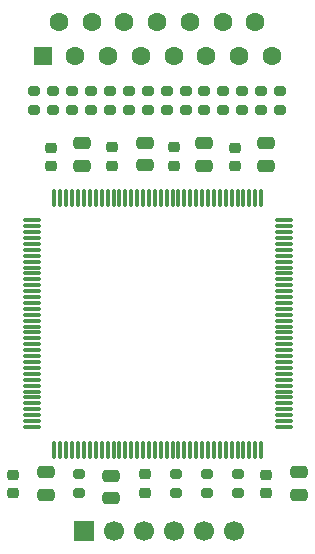
<source format=gbr>
%TF.GenerationSoftware,KiCad,Pcbnew,9.0.3*%
%TF.CreationDate,2025-12-13T00:06:23+05:30*%
%TF.ProjectId,vga,7667612e-6b69-4636-9164-5f7063625858,rev?*%
%TF.SameCoordinates,Original*%
%TF.FileFunction,Soldermask,Top*%
%TF.FilePolarity,Negative*%
%FSLAX46Y46*%
G04 Gerber Fmt 4.6, Leading zero omitted, Abs format (unit mm)*
G04 Created by KiCad (PCBNEW 9.0.3) date 2025-12-13 00:06:23*
%MOMM*%
%LPD*%
G01*
G04 APERTURE LIST*
G04 Aperture macros list*
%AMRoundRect*
0 Rectangle with rounded corners*
0 $1 Rounding radius*
0 $2 $3 $4 $5 $6 $7 $8 $9 X,Y pos of 4 corners*
0 Add a 4 corners polygon primitive as box body*
4,1,4,$2,$3,$4,$5,$6,$7,$8,$9,$2,$3,0*
0 Add four circle primitives for the rounded corners*
1,1,$1+$1,$2,$3*
1,1,$1+$1,$4,$5*
1,1,$1+$1,$6,$7*
1,1,$1+$1,$8,$9*
0 Add four rect primitives between the rounded corners*
20,1,$1+$1,$2,$3,$4,$5,0*
20,1,$1+$1,$4,$5,$6,$7,0*
20,1,$1+$1,$6,$7,$8,$9,0*
20,1,$1+$1,$8,$9,$2,$3,0*%
G04 Aperture macros list end*
%ADD10RoundRect,0.200000X0.275000X-0.200000X0.275000X0.200000X-0.275000X0.200000X-0.275000X-0.200000X0*%
%ADD11R,1.700000X1.700000*%
%ADD12C,1.700000*%
%ADD13R,1.600000X1.600000*%
%ADD14C,1.600000*%
%ADD15RoundRect,0.225000X0.250000X-0.225000X0.250000X0.225000X-0.250000X0.225000X-0.250000X-0.225000X0*%
%ADD16RoundRect,0.200000X-0.275000X0.200000X-0.275000X-0.200000X0.275000X-0.200000X0.275000X0.200000X0*%
%ADD17RoundRect,0.250000X0.475000X-0.250000X0.475000X0.250000X-0.475000X0.250000X-0.475000X-0.250000X0*%
%ADD18RoundRect,0.250000X-0.475000X0.250000X-0.475000X-0.250000X0.475000X-0.250000X0.475000X0.250000X0*%
%ADD19RoundRect,0.225000X-0.250000X0.225000X-0.250000X-0.225000X0.250000X-0.225000X0.250000X0.225000X0*%
%ADD20RoundRect,0.075000X-0.662500X-0.075000X0.662500X-0.075000X0.662500X0.075000X-0.662500X0.075000X0*%
%ADD21RoundRect,0.075000X-0.075000X-0.662500X0.075000X-0.662500X0.075000X0.662500X-0.075000X0.662500X0*%
G04 APERTURE END LIST*
D10*
%TO.C,R_R2*%
X89620000Y-56990000D03*
X89620000Y-55340000D03*
%TD*%
D11*
%TO.C,J_PROG1*%
X92220000Y-92590000D03*
D12*
X94760000Y-92590000D03*
X97300000Y-92590000D03*
X99840000Y-92590000D03*
X102380000Y-92590000D03*
X104920000Y-92590000D03*
%TD*%
D10*
%TO.C,R3*%
X100020000Y-89415000D03*
X100020000Y-87765000D03*
%TD*%
%TO.C,R1*%
X105220000Y-89415000D03*
X105220000Y-87765000D03*
%TD*%
%TO.C,R_G2*%
X96020000Y-56990000D03*
X96020000Y-55340000D03*
%TD*%
D13*
%TO.C,J1*%
X88725000Y-52355331D03*
D14*
X91495000Y-52355331D03*
X94265000Y-52355331D03*
X97035000Y-52355331D03*
X99805000Y-52355331D03*
X102575000Y-52355331D03*
X105345000Y-52355331D03*
X108115000Y-52355331D03*
X90110000Y-49515331D03*
X92880000Y-49515331D03*
X95650000Y-49515331D03*
X98420000Y-49515331D03*
X101190000Y-49515331D03*
X103960000Y-49515331D03*
X106730000Y-49515331D03*
%TD*%
D15*
%TO.C,C2*%
X89420000Y-61740000D03*
X89420000Y-60190000D03*
%TD*%
D16*
%TO.C,R6*%
X107220000Y-55340000D03*
X107220000Y-56990000D03*
%TD*%
D17*
%TO.C,C4*%
X92020000Y-61690000D03*
X92020000Y-59790000D03*
%TD*%
D15*
%TO.C,C3*%
X86220000Y-89390000D03*
X86220000Y-87840000D03*
%TD*%
D10*
%TO.C,R_G3*%
X94420000Y-56990000D03*
X94420000Y-55340000D03*
%TD*%
%TO.C,R_B2*%
X102420000Y-56990000D03*
X102420000Y-55340000D03*
%TD*%
D18*
%TO.C,C9*%
X107620000Y-59790000D03*
X107620000Y-61690000D03*
%TD*%
D10*
%TO.C,R_R1*%
X91220000Y-56990000D03*
X91220000Y-55340000D03*
%TD*%
%TO.C,R2*%
X102620000Y-89415000D03*
X102620000Y-87765000D03*
%TD*%
D19*
%TO.C,C8*%
X94620000Y-60140000D03*
X94620000Y-61690000D03*
%TD*%
D15*
%TO.C,C10*%
X105020000Y-61715000D03*
X105020000Y-60165000D03*
%TD*%
D16*
%TO.C,R4*%
X91820000Y-87765000D03*
X91820000Y-89415000D03*
%TD*%
D18*
%TO.C,C7*%
X97420000Y-59740000D03*
X97420000Y-61640000D03*
%TD*%
D19*
%TO.C,C12*%
X99820000Y-60140000D03*
X99820000Y-61690000D03*
%TD*%
D18*
%TO.C,C5*%
X89020000Y-87640000D03*
X89020000Y-89540000D03*
%TD*%
D20*
%TO.C,U1*%
X87807500Y-66302500D03*
X87807500Y-66802500D03*
X87807500Y-67302500D03*
X87807500Y-67802500D03*
X87807500Y-68302500D03*
X87807500Y-68802500D03*
X87807500Y-69302500D03*
X87807500Y-69802500D03*
X87807500Y-70302500D03*
X87807500Y-70802500D03*
X87807500Y-71302500D03*
X87807500Y-71802500D03*
X87807500Y-72302500D03*
X87807500Y-72802500D03*
X87807500Y-73302500D03*
X87807500Y-73802500D03*
X87807500Y-74302500D03*
X87807500Y-74802500D03*
X87807500Y-75302500D03*
X87807500Y-75802500D03*
X87807500Y-76302500D03*
X87807500Y-76802500D03*
X87807500Y-77302500D03*
X87807500Y-77802500D03*
X87807500Y-78302500D03*
X87807500Y-78802500D03*
X87807500Y-79302500D03*
X87807500Y-79802500D03*
X87807500Y-80302500D03*
X87807500Y-80802500D03*
X87807500Y-81302500D03*
X87807500Y-81802500D03*
X87807500Y-82302500D03*
X87807500Y-82802500D03*
X87807500Y-83302500D03*
X87807500Y-83802500D03*
D21*
X89720000Y-85715000D03*
X90220000Y-85715000D03*
X90720000Y-85715000D03*
X91220000Y-85715000D03*
X91720000Y-85715000D03*
X92220000Y-85715000D03*
X92720000Y-85715000D03*
X93220000Y-85715000D03*
X93720000Y-85715000D03*
X94220000Y-85715000D03*
X94720000Y-85715000D03*
X95220000Y-85715000D03*
X95720000Y-85715000D03*
X96220000Y-85715000D03*
X96720000Y-85715000D03*
X97220000Y-85715000D03*
X97720000Y-85715000D03*
X98220000Y-85715000D03*
X98720000Y-85715000D03*
X99220000Y-85715000D03*
X99720000Y-85715000D03*
X100220000Y-85715000D03*
X100720000Y-85715000D03*
X101220000Y-85715000D03*
X101720000Y-85715000D03*
X102220000Y-85715000D03*
X102720000Y-85715000D03*
X103220000Y-85715000D03*
X103720000Y-85715000D03*
X104220000Y-85715000D03*
X104720000Y-85715000D03*
X105220000Y-85715000D03*
X105720000Y-85715000D03*
X106220000Y-85715000D03*
X106720000Y-85715000D03*
X107220000Y-85715000D03*
D20*
X109132500Y-83802500D03*
X109132500Y-83302500D03*
X109132500Y-82802500D03*
X109132500Y-82302500D03*
X109132500Y-81802500D03*
X109132500Y-81302500D03*
X109132500Y-80802500D03*
X109132500Y-80302500D03*
X109132500Y-79802500D03*
X109132500Y-79302500D03*
X109132500Y-78802500D03*
X109132500Y-78302500D03*
X109132500Y-77802500D03*
X109132500Y-77302500D03*
X109132500Y-76802500D03*
X109132500Y-76302500D03*
X109132500Y-75802500D03*
X109132500Y-75302500D03*
X109132500Y-74802500D03*
X109132500Y-74302500D03*
X109132500Y-73802500D03*
X109132500Y-73302500D03*
X109132500Y-72802500D03*
X109132500Y-72302500D03*
X109132500Y-71802500D03*
X109132500Y-71302500D03*
X109132500Y-70802500D03*
X109132500Y-70302500D03*
X109132500Y-69802500D03*
X109132500Y-69302500D03*
X109132500Y-68802500D03*
X109132500Y-68302500D03*
X109132500Y-67802500D03*
X109132500Y-67302500D03*
X109132500Y-66802500D03*
X109132500Y-66302500D03*
D21*
X107220000Y-64390000D03*
X106720000Y-64390000D03*
X106220000Y-64390000D03*
X105720000Y-64390000D03*
X105220000Y-64390000D03*
X104720000Y-64390000D03*
X104220000Y-64390000D03*
X103720000Y-64390000D03*
X103220000Y-64390000D03*
X102720000Y-64390000D03*
X102220000Y-64390000D03*
X101720000Y-64390000D03*
X101220000Y-64390000D03*
X100720000Y-64390000D03*
X100220000Y-64390000D03*
X99720000Y-64390000D03*
X99220000Y-64390000D03*
X98720000Y-64390000D03*
X98220000Y-64390000D03*
X97720000Y-64390000D03*
X97220000Y-64390000D03*
X96720000Y-64390000D03*
X96220000Y-64390000D03*
X95720000Y-64390000D03*
X95220000Y-64390000D03*
X94720000Y-64390000D03*
X94220000Y-64390000D03*
X93720000Y-64390000D03*
X93220000Y-64390000D03*
X92720000Y-64390000D03*
X92220000Y-64390000D03*
X91720000Y-64390000D03*
X91220000Y-64390000D03*
X90720000Y-64390000D03*
X90220000Y-64390000D03*
X89720000Y-64390000D03*
%TD*%
D10*
%TO.C,R_R0*%
X92820000Y-56990000D03*
X92820000Y-55340000D03*
%TD*%
%TO.C,R_B3*%
X100820000Y-56990000D03*
X100820000Y-55340000D03*
%TD*%
D18*
%TO.C,C11*%
X102420000Y-59790000D03*
X102420000Y-61690000D03*
%TD*%
D19*
%TO.C,C6*%
X107620000Y-87840000D03*
X107620000Y-89390000D03*
%TD*%
D10*
%TO.C,R_B0*%
X105620000Y-56990000D03*
X105620000Y-55340000D03*
%TD*%
D19*
%TO.C,C14*%
X97420000Y-87815000D03*
X97420000Y-89365000D03*
%TD*%
D18*
%TO.C,C13*%
X94520000Y-87940000D03*
X94520000Y-89840000D03*
%TD*%
D10*
%TO.C,R_G1*%
X97620000Y-56990000D03*
X97620000Y-55340000D03*
%TD*%
D18*
%TO.C,C1*%
X110420000Y-87640000D03*
X110420000Y-89540000D03*
%TD*%
D10*
%TO.C,R_G0*%
X99220000Y-56990000D03*
X99220000Y-55340000D03*
%TD*%
%TO.C,R_R3*%
X88020000Y-56990000D03*
X88020000Y-55340000D03*
%TD*%
%TO.C,R_B1*%
X104020000Y-56990000D03*
X104020000Y-55340000D03*
%TD*%
D16*
%TO.C,R5*%
X108820000Y-55340000D03*
X108820000Y-56990000D03*
%TD*%
M02*

</source>
